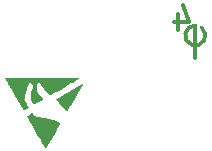
<source format=gbr>
G04 #@! TF.FileFunction,Legend,Bot*
%FSLAX46Y46*%
G04 Gerber Fmt 4.6, Leading zero omitted, Abs format (unit mm)*
G04 Created by KiCad (PCBNEW 4.0.7-e2-6376~58~ubuntu16.04.1) date Wed May  9 12:33:34 2018*
%MOMM*%
%LPD*%
G01*
G04 APERTURE LIST*
%ADD10C,0.100000*%
%ADD11C,0.300000*%
%ADD12C,0.010000*%
G04 APERTURE END LIST*
D10*
D11*
X175019048Y-83421429D02*
X175019048Y-84754762D01*
X175495238Y-82659524D02*
X175971429Y-84088095D01*
X174733333Y-84088095D01*
X176500000Y-84400000D02*
X176500000Y-87150000D01*
X176500000Y-84348531D02*
G75*
G03X177050000Y-84550000I0J-851469D01*
G01*
D12*
G36*
X161972094Y-91458842D02*
X162004619Y-91446264D01*
X162054193Y-91421288D01*
X162125374Y-91382124D01*
X162130916Y-91379012D01*
X162196474Y-91341524D01*
X162251798Y-91308681D01*
X162291455Y-91283795D01*
X162310012Y-91270180D01*
X162310531Y-91269513D01*
X162306048Y-91250610D01*
X162285486Y-91208395D01*
X162250183Y-91145168D01*
X162201480Y-91063228D01*
X162140718Y-90964878D01*
X162069236Y-90852415D01*
X162051445Y-90824835D01*
X162005093Y-90748301D01*
X161971342Y-90682444D01*
X161953153Y-90633218D01*
X161951286Y-90623493D01*
X161952115Y-90580688D01*
X161961394Y-90512791D01*
X161977968Y-90424157D01*
X162000680Y-90319141D01*
X162028373Y-90202098D01*
X162059890Y-90077384D01*
X162094075Y-89949355D01*
X162129771Y-89822366D01*
X162165821Y-89700772D01*
X162201068Y-89588928D01*
X162234356Y-89491190D01*
X162264528Y-89411913D01*
X162285561Y-89364878D01*
X162310337Y-89314775D01*
X162333730Y-89266832D01*
X162334997Y-89264207D01*
X162373699Y-89215780D01*
X162430184Y-89183172D01*
X162495939Y-89167546D01*
X162562451Y-89170063D01*
X162621205Y-89191886D01*
X162654258Y-89220618D01*
X162701859Y-89299417D01*
X162736739Y-89397622D01*
X162755877Y-89505221D01*
X162758588Y-89566220D01*
X162747670Y-89680065D01*
X162715624Y-89774340D01*
X162660726Y-89853621D01*
X162643607Y-89871267D01*
X162592661Y-89920765D01*
X162589163Y-90270638D01*
X162585664Y-90620511D01*
X162674818Y-90755469D01*
X162716654Y-90816555D01*
X162756945Y-90871507D01*
X162789943Y-90912664D01*
X162804126Y-90927808D01*
X162844281Y-90965190D01*
X162898665Y-90935902D01*
X162933039Y-90914916D01*
X162951846Y-90898622D01*
X162953049Y-90895693D01*
X162965903Y-90883272D01*
X162987896Y-90874023D01*
X163009150Y-90865687D01*
X163041694Y-90849851D01*
X163088322Y-90824967D01*
X163151829Y-90789491D01*
X163235008Y-90741877D01*
X163340653Y-90680578D01*
X163398062Y-90647068D01*
X163465594Y-90606929D01*
X163509885Y-90578341D01*
X163534855Y-90557961D01*
X163544423Y-90542447D01*
X163542508Y-90528454D01*
X163540911Y-90525204D01*
X163525376Y-90504734D01*
X163492136Y-90466335D01*
X163445062Y-90414304D01*
X163388028Y-90352934D01*
X163338700Y-90300910D01*
X163225030Y-90177433D01*
X163136105Y-90070409D01*
X163071134Y-89978760D01*
X163029321Y-89901412D01*
X163015217Y-89862134D01*
X163009392Y-89827751D01*
X163003375Y-89769101D01*
X162997696Y-89692883D01*
X162992884Y-89605798D01*
X162990619Y-89550732D01*
X162987459Y-89455536D01*
X162986069Y-89385938D01*
X162986858Y-89336591D01*
X162990235Y-89302146D01*
X162996608Y-89277257D01*
X163006387Y-89256575D01*
X163014067Y-89243947D01*
X163058421Y-89195274D01*
X163115574Y-89161355D01*
X163175708Y-89146562D01*
X163220773Y-89151914D01*
X163261576Y-89175070D01*
X163312724Y-89216538D01*
X163367042Y-89269088D01*
X163417357Y-89325484D01*
X163456494Y-89378495D01*
X163470905Y-89404111D01*
X163492491Y-89439186D01*
X163531753Y-89492611D01*
X163585102Y-89560211D01*
X163648952Y-89637810D01*
X163719715Y-89721232D01*
X163793804Y-89806302D01*
X163867632Y-89888845D01*
X163937611Y-89964684D01*
X164000155Y-90029644D01*
X164049260Y-90077331D01*
X164103779Y-90124968D01*
X164149642Y-90160092D01*
X164181811Y-90179051D01*
X164192489Y-90181136D01*
X164208853Y-90172726D01*
X164249671Y-90150154D01*
X164312586Y-90114776D01*
X164395244Y-90067946D01*
X164495289Y-90011019D01*
X164610366Y-89945351D01*
X164738119Y-89872297D01*
X164876194Y-89793212D01*
X165022234Y-89709452D01*
X165173884Y-89622371D01*
X165328790Y-89533324D01*
X165484595Y-89443668D01*
X165638944Y-89354757D01*
X165789482Y-89267946D01*
X165933854Y-89184591D01*
X166069704Y-89106046D01*
X166194677Y-89033667D01*
X166306417Y-88968810D01*
X166402570Y-88912829D01*
X166480779Y-88867080D01*
X166538689Y-88832917D01*
X166573946Y-88811696D01*
X166584165Y-88805037D01*
X166570402Y-88803720D01*
X166527104Y-88802441D01*
X166455714Y-88801204D01*
X166357673Y-88800017D01*
X166234422Y-88798885D01*
X166087403Y-88797814D01*
X165918057Y-88796811D01*
X165727826Y-88795881D01*
X165518151Y-88795032D01*
X165290473Y-88794268D01*
X165046235Y-88793597D01*
X164786877Y-88793024D01*
X164513841Y-88792556D01*
X164228568Y-88792198D01*
X163932500Y-88791958D01*
X163627079Y-88791841D01*
X163498924Y-88791829D01*
X160398970Y-88791829D01*
X160620053Y-89175153D01*
X160666856Y-89256320D01*
X160727102Y-89360834D01*
X160798778Y-89485199D01*
X160879869Y-89625918D01*
X160968362Y-89779497D01*
X161062240Y-89942438D01*
X161159491Y-90111246D01*
X161258100Y-90282425D01*
X161356053Y-90452479D01*
X161380825Y-90495488D01*
X161471152Y-90652143D01*
X161557289Y-90801197D01*
X161637942Y-90940432D01*
X161711816Y-91067629D01*
X161777617Y-91180568D01*
X161834050Y-91277032D01*
X161879821Y-91354800D01*
X161913635Y-91411654D01*
X161934198Y-91445375D01*
X161939953Y-91453960D01*
X161952058Y-91460811D01*
X161972094Y-91458842D01*
X161972094Y-91458842D01*
G37*
X161972094Y-91458842D02*
X162004619Y-91446264D01*
X162054193Y-91421288D01*
X162125374Y-91382124D01*
X162130916Y-91379012D01*
X162196474Y-91341524D01*
X162251798Y-91308681D01*
X162291455Y-91283795D01*
X162310012Y-91270180D01*
X162310531Y-91269513D01*
X162306048Y-91250610D01*
X162285486Y-91208395D01*
X162250183Y-91145168D01*
X162201480Y-91063228D01*
X162140718Y-90964878D01*
X162069236Y-90852415D01*
X162051445Y-90824835D01*
X162005093Y-90748301D01*
X161971342Y-90682444D01*
X161953153Y-90633218D01*
X161951286Y-90623493D01*
X161952115Y-90580688D01*
X161961394Y-90512791D01*
X161977968Y-90424157D01*
X162000680Y-90319141D01*
X162028373Y-90202098D01*
X162059890Y-90077384D01*
X162094075Y-89949355D01*
X162129771Y-89822366D01*
X162165821Y-89700772D01*
X162201068Y-89588928D01*
X162234356Y-89491190D01*
X162264528Y-89411913D01*
X162285561Y-89364878D01*
X162310337Y-89314775D01*
X162333730Y-89266832D01*
X162334997Y-89264207D01*
X162373699Y-89215780D01*
X162430184Y-89183172D01*
X162495939Y-89167546D01*
X162562451Y-89170063D01*
X162621205Y-89191886D01*
X162654258Y-89220618D01*
X162701859Y-89299417D01*
X162736739Y-89397622D01*
X162755877Y-89505221D01*
X162758588Y-89566220D01*
X162747670Y-89680065D01*
X162715624Y-89774340D01*
X162660726Y-89853621D01*
X162643607Y-89871267D01*
X162592661Y-89920765D01*
X162589163Y-90270638D01*
X162585664Y-90620511D01*
X162674818Y-90755469D01*
X162716654Y-90816555D01*
X162756945Y-90871507D01*
X162789943Y-90912664D01*
X162804126Y-90927808D01*
X162844281Y-90965190D01*
X162898665Y-90935902D01*
X162933039Y-90914916D01*
X162951846Y-90898622D01*
X162953049Y-90895693D01*
X162965903Y-90883272D01*
X162987896Y-90874023D01*
X163009150Y-90865687D01*
X163041694Y-90849851D01*
X163088322Y-90824967D01*
X163151829Y-90789491D01*
X163235008Y-90741877D01*
X163340653Y-90680578D01*
X163398062Y-90647068D01*
X163465594Y-90606929D01*
X163509885Y-90578341D01*
X163534855Y-90557961D01*
X163544423Y-90542447D01*
X163542508Y-90528454D01*
X163540911Y-90525204D01*
X163525376Y-90504734D01*
X163492136Y-90466335D01*
X163445062Y-90414304D01*
X163388028Y-90352934D01*
X163338700Y-90300910D01*
X163225030Y-90177433D01*
X163136105Y-90070409D01*
X163071134Y-89978760D01*
X163029321Y-89901412D01*
X163015217Y-89862134D01*
X163009392Y-89827751D01*
X163003375Y-89769101D01*
X162997696Y-89692883D01*
X162992884Y-89605798D01*
X162990619Y-89550732D01*
X162987459Y-89455536D01*
X162986069Y-89385938D01*
X162986858Y-89336591D01*
X162990235Y-89302146D01*
X162996608Y-89277257D01*
X163006387Y-89256575D01*
X163014067Y-89243947D01*
X163058421Y-89195274D01*
X163115574Y-89161355D01*
X163175708Y-89146562D01*
X163220773Y-89151914D01*
X163261576Y-89175070D01*
X163312724Y-89216538D01*
X163367042Y-89269088D01*
X163417357Y-89325484D01*
X163456494Y-89378495D01*
X163470905Y-89404111D01*
X163492491Y-89439186D01*
X163531753Y-89492611D01*
X163585102Y-89560211D01*
X163648952Y-89637810D01*
X163719715Y-89721232D01*
X163793804Y-89806302D01*
X163867632Y-89888845D01*
X163937611Y-89964684D01*
X164000155Y-90029644D01*
X164049260Y-90077331D01*
X164103779Y-90124968D01*
X164149642Y-90160092D01*
X164181811Y-90179051D01*
X164192489Y-90181136D01*
X164208853Y-90172726D01*
X164249671Y-90150154D01*
X164312586Y-90114776D01*
X164395244Y-90067946D01*
X164495289Y-90011019D01*
X164610366Y-89945351D01*
X164738119Y-89872297D01*
X164876194Y-89793212D01*
X165022234Y-89709452D01*
X165173884Y-89622371D01*
X165328790Y-89533324D01*
X165484595Y-89443668D01*
X165638944Y-89354757D01*
X165789482Y-89267946D01*
X165933854Y-89184591D01*
X166069704Y-89106046D01*
X166194677Y-89033667D01*
X166306417Y-88968810D01*
X166402570Y-88912829D01*
X166480779Y-88867080D01*
X166538689Y-88832917D01*
X166573946Y-88811696D01*
X166584165Y-88805037D01*
X166570402Y-88803720D01*
X166527104Y-88802441D01*
X166455714Y-88801204D01*
X166357673Y-88800017D01*
X166234422Y-88798885D01*
X166087403Y-88797814D01*
X165918057Y-88796811D01*
X165727826Y-88795881D01*
X165518151Y-88795032D01*
X165290473Y-88794268D01*
X165046235Y-88793597D01*
X164786877Y-88793024D01*
X164513841Y-88792556D01*
X164228568Y-88792198D01*
X163932500Y-88791958D01*
X163627079Y-88791841D01*
X163498924Y-88791829D01*
X160398970Y-88791829D01*
X160620053Y-89175153D01*
X160666856Y-89256320D01*
X160727102Y-89360834D01*
X160798778Y-89485199D01*
X160879869Y-89625918D01*
X160968362Y-89779497D01*
X161062240Y-89942438D01*
X161159491Y-90111246D01*
X161258100Y-90282425D01*
X161356053Y-90452479D01*
X161380825Y-90495488D01*
X161471152Y-90652143D01*
X161557289Y-90801197D01*
X161637942Y-90940432D01*
X161711816Y-91067629D01*
X161777617Y-91180568D01*
X161834050Y-91277032D01*
X161879821Y-91354800D01*
X161913635Y-91411654D01*
X161934198Y-91445375D01*
X161939953Y-91453960D01*
X161952058Y-91460811D01*
X161972094Y-91458842D01*
G36*
X165637528Y-91515381D02*
X165648908Y-91496307D01*
X165674488Y-91452579D01*
X165713002Y-91386381D01*
X165763186Y-91299898D01*
X165823775Y-91195315D01*
X165893503Y-91074817D01*
X165971107Y-90940588D01*
X166055320Y-90794813D01*
X166144879Y-90639677D01*
X166236998Y-90480000D01*
X166331076Y-90316883D01*
X166421402Y-90160291D01*
X166506665Y-90012494D01*
X166585557Y-89875760D01*
X166656769Y-89752358D01*
X166718991Y-89644556D01*
X166770913Y-89554623D01*
X166811228Y-89484827D01*
X166838624Y-89437436D01*
X166851507Y-89415214D01*
X166872507Y-89377670D01*
X166883925Y-89354169D01*
X166884551Y-89350080D01*
X166870636Y-89357758D01*
X166831941Y-89379797D01*
X166770487Y-89415029D01*
X166688298Y-89462289D01*
X166587396Y-89520411D01*
X166469805Y-89588229D01*
X166337546Y-89664576D01*
X166192642Y-89748286D01*
X166037117Y-89838194D01*
X165872992Y-89933133D01*
X165810549Y-89969268D01*
X165643487Y-90065917D01*
X165484074Y-90158062D01*
X165334355Y-90244525D01*
X165196376Y-90324129D01*
X165072185Y-90395695D01*
X164963827Y-90458045D01*
X164873348Y-90510002D01*
X164802796Y-90550387D01*
X164754215Y-90578022D01*
X164729654Y-90591728D01*
X164727085Y-90593026D01*
X164734569Y-90604780D01*
X164760614Y-90636205D01*
X164802559Y-90684406D01*
X164857746Y-90746490D01*
X164923517Y-90819561D01*
X164997212Y-90900724D01*
X165076173Y-90987084D01*
X165157740Y-91075747D01*
X165239254Y-91163818D01*
X165318057Y-91248401D01*
X165391490Y-91326603D01*
X165456893Y-91395528D01*
X165511608Y-91452281D01*
X165552977Y-91493968D01*
X165567164Y-91507637D01*
X165614180Y-91551799D01*
X165637528Y-91515381D01*
X165637528Y-91515381D01*
G37*
X165637528Y-91515381D02*
X165648908Y-91496307D01*
X165674488Y-91452579D01*
X165713002Y-91386381D01*
X165763186Y-91299898D01*
X165823775Y-91195315D01*
X165893503Y-91074817D01*
X165971107Y-90940588D01*
X166055320Y-90794813D01*
X166144879Y-90639677D01*
X166236998Y-90480000D01*
X166331076Y-90316883D01*
X166421402Y-90160291D01*
X166506665Y-90012494D01*
X166585557Y-89875760D01*
X166656769Y-89752358D01*
X166718991Y-89644556D01*
X166770913Y-89554623D01*
X166811228Y-89484827D01*
X166838624Y-89437436D01*
X166851507Y-89415214D01*
X166872507Y-89377670D01*
X166883925Y-89354169D01*
X166884551Y-89350080D01*
X166870636Y-89357758D01*
X166831941Y-89379797D01*
X166770487Y-89415029D01*
X166688298Y-89462289D01*
X166587396Y-89520411D01*
X166469805Y-89588229D01*
X166337546Y-89664576D01*
X166192642Y-89748286D01*
X166037117Y-89838194D01*
X165872992Y-89933133D01*
X165810549Y-89969268D01*
X165643487Y-90065917D01*
X165484074Y-90158062D01*
X165334355Y-90244525D01*
X165196376Y-90324129D01*
X165072185Y-90395695D01*
X164963827Y-90458045D01*
X164873348Y-90510002D01*
X164802796Y-90550387D01*
X164754215Y-90578022D01*
X164729654Y-90591728D01*
X164727085Y-90593026D01*
X164734569Y-90604780D01*
X164760614Y-90636205D01*
X164802559Y-90684406D01*
X164857746Y-90746490D01*
X164923517Y-90819561D01*
X164997212Y-90900724D01*
X165076173Y-90987084D01*
X165157740Y-91075747D01*
X165239254Y-91163818D01*
X165318057Y-91248401D01*
X165391490Y-91326603D01*
X165456893Y-91395528D01*
X165511608Y-91452281D01*
X165552977Y-91493968D01*
X165567164Y-91507637D01*
X165614180Y-91551799D01*
X165637528Y-91515381D01*
G36*
X163814043Y-94664165D02*
X163837065Y-94626755D01*
X163872534Y-94567486D01*
X163918996Y-94488882D01*
X163974996Y-94393462D01*
X164039081Y-94283750D01*
X164109796Y-94162266D01*
X164185687Y-94031532D01*
X164265299Y-93894070D01*
X164347178Y-93752402D01*
X164429870Y-93609049D01*
X164511921Y-93466533D01*
X164591876Y-93327376D01*
X164668281Y-93194099D01*
X164739682Y-93069224D01*
X164804624Y-92955273D01*
X164861653Y-92854767D01*
X164909315Y-92770228D01*
X164946155Y-92704178D01*
X164970720Y-92659138D01*
X164981554Y-92637630D01*
X164981951Y-92636286D01*
X164968501Y-92618035D01*
X164931114Y-92590118D01*
X164874235Y-92555275D01*
X164802312Y-92516246D01*
X164727015Y-92479157D01*
X164624560Y-92434183D01*
X164516817Y-92393774D01*
X164400073Y-92357031D01*
X164270618Y-92323058D01*
X164124740Y-92290956D01*
X163958726Y-92259827D01*
X163768866Y-92228773D01*
X163572469Y-92199855D01*
X163401834Y-92174200D01*
X163258545Y-92148802D01*
X163139008Y-92122398D01*
X163039630Y-92093727D01*
X162956818Y-92061527D01*
X162886978Y-92024535D01*
X162826518Y-91981488D01*
X162771845Y-91931125D01*
X162754214Y-91912417D01*
X162716000Y-91868861D01*
X162687732Y-91833318D01*
X162674618Y-91812417D01*
X162674268Y-91810703D01*
X162669680Y-91800194D01*
X162653758Y-91800076D01*
X162623266Y-91811746D01*
X162574968Y-91836604D01*
X162505627Y-91876048D01*
X162457439Y-91904413D01*
X162385583Y-91948753D01*
X162329742Y-91986721D01*
X162293667Y-92015584D01*
X162281113Y-92032612D01*
X162281121Y-92032736D01*
X162288906Y-92048963D01*
X162310892Y-92089600D01*
X162345803Y-92152433D01*
X162392363Y-92235248D01*
X162449295Y-92335828D01*
X162515323Y-92451960D01*
X162589172Y-92581429D01*
X162669564Y-92722020D01*
X162755224Y-92871518D01*
X162844876Y-93027708D01*
X162937243Y-93188376D01*
X163031049Y-93351307D01*
X163125018Y-93514287D01*
X163217874Y-93675100D01*
X163308340Y-93831532D01*
X163395141Y-93981367D01*
X163477000Y-94122392D01*
X163552641Y-94252391D01*
X163620787Y-94369151D01*
X163680163Y-94470455D01*
X163729493Y-94554089D01*
X163767500Y-94617838D01*
X163792907Y-94659489D01*
X163804440Y-94676825D01*
X163804923Y-94677195D01*
X163814043Y-94664165D01*
X163814043Y-94664165D01*
G37*
X163814043Y-94664165D02*
X163837065Y-94626755D01*
X163872534Y-94567486D01*
X163918996Y-94488882D01*
X163974996Y-94393462D01*
X164039081Y-94283750D01*
X164109796Y-94162266D01*
X164185687Y-94031532D01*
X164265299Y-93894070D01*
X164347178Y-93752402D01*
X164429870Y-93609049D01*
X164511921Y-93466533D01*
X164591876Y-93327376D01*
X164668281Y-93194099D01*
X164739682Y-93069224D01*
X164804624Y-92955273D01*
X164861653Y-92854767D01*
X164909315Y-92770228D01*
X164946155Y-92704178D01*
X164970720Y-92659138D01*
X164981554Y-92637630D01*
X164981951Y-92636286D01*
X164968501Y-92618035D01*
X164931114Y-92590118D01*
X164874235Y-92555275D01*
X164802312Y-92516246D01*
X164727015Y-92479157D01*
X164624560Y-92434183D01*
X164516817Y-92393774D01*
X164400073Y-92357031D01*
X164270618Y-92323058D01*
X164124740Y-92290956D01*
X163958726Y-92259827D01*
X163768866Y-92228773D01*
X163572469Y-92199855D01*
X163401834Y-92174200D01*
X163258545Y-92148802D01*
X163139008Y-92122398D01*
X163039630Y-92093727D01*
X162956818Y-92061527D01*
X162886978Y-92024535D01*
X162826518Y-91981488D01*
X162771845Y-91931125D01*
X162754214Y-91912417D01*
X162716000Y-91868861D01*
X162687732Y-91833318D01*
X162674618Y-91812417D01*
X162674268Y-91810703D01*
X162669680Y-91800194D01*
X162653758Y-91800076D01*
X162623266Y-91811746D01*
X162574968Y-91836604D01*
X162505627Y-91876048D01*
X162457439Y-91904413D01*
X162385583Y-91948753D01*
X162329742Y-91986721D01*
X162293667Y-92015584D01*
X162281113Y-92032612D01*
X162281121Y-92032736D01*
X162288906Y-92048963D01*
X162310892Y-92089600D01*
X162345803Y-92152433D01*
X162392363Y-92235248D01*
X162449295Y-92335828D01*
X162515323Y-92451960D01*
X162589172Y-92581429D01*
X162669564Y-92722020D01*
X162755224Y-92871518D01*
X162844876Y-93027708D01*
X162937243Y-93188376D01*
X163031049Y-93351307D01*
X163125018Y-93514287D01*
X163217874Y-93675100D01*
X163308340Y-93831532D01*
X163395141Y-93981367D01*
X163477000Y-94122392D01*
X163552641Y-94252391D01*
X163620787Y-94369151D01*
X163680163Y-94470455D01*
X163729493Y-94554089D01*
X163767500Y-94617838D01*
X163792907Y-94659489D01*
X163804440Y-94676825D01*
X163804923Y-94677195D01*
X163814043Y-94664165D01*
M02*

</source>
